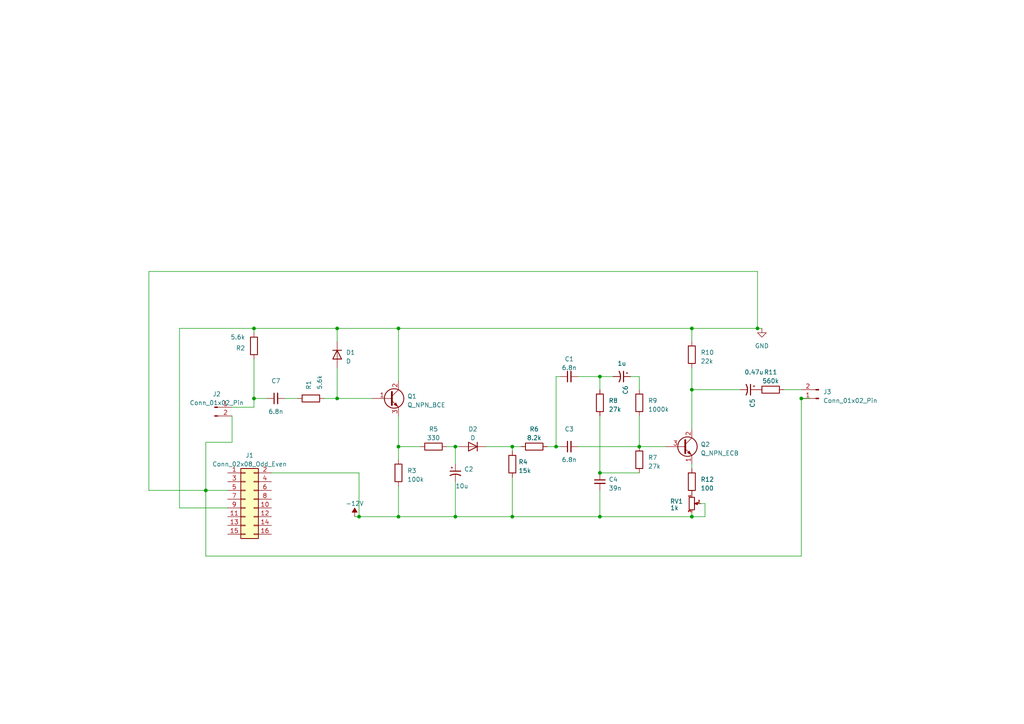
<source format=kicad_sch>
(kicad_sch (version 20230121) (generator eeschema)
  (paper "A4")
  (lib_symbols
    (symbol "Connector:Conn_01x02_Pin" (pin_names (offset 1.016) hide)
      (property "Reference" "J" (at 0 2.54 0))
      (property "Value" "Conn_01x02_Pin" (at 0 -5.08 0))
      (symbol "Conn_01x02_Pin_1_1"
        (polyline (pts (xy 1.27 -2.54) (xy 0.8636 -2.54)) (stroke (width 0.1524)))
        (polyline (pts (xy 1.27 0) (xy 0.8636 0)) (stroke (width 0.1524)))
        (rectangle (start 0.8636 -2.413) (end 0 -2.667) (stroke (width 0.1524)) (fill (type outline)))
        (rectangle (start 0.8636 0.127) (end 0 -0.127) (stroke (width 0.1524)) (fill (type outline)))
        (pin passive line (at 5.08 0 180) (length 3.81) (name "Pin_1") (number "1"))
        (pin passive line (at 5.08 -2.54 180) (length 3.81) (name "Pin_2") (number "2"))
      )
    )
    (symbol "Connector_Generic:Conn_02x08_Odd_Even" (pin_names (offset 1.016) hide)
      (property "Reference" "J" (at 1.27 10.16 0))
      (property "Value" "Conn_02x08_Odd_Even" (at 1.27 -12.7 0))
      (symbol "Conn_02x08_Odd_Even_1_1"
        (rectangle (start -1.27 -10.033) (end 0 -10.287) (stroke (width 0.1524)))
        (rectangle (start -1.27 -7.493) (end 0 -7.747) (stroke (width 0.1524)))
        (rectangle (start -1.27 -4.953) (end 0 -5.207) (stroke (width 0.1524)))
        (rectangle (start -1.27 -2.413) (end 0 -2.667) (stroke (width 0.1524)))
        (rectangle (start -1.27 0.127) (end 0 -0.127) (stroke (width 0.1524)))
        (rectangle (start -1.27 2.667) (end 0 2.413) (stroke (width 0.1524)))
        (rectangle (start -1.27 5.207) (end 0 4.953) (stroke (width 0.1524)))
        (rectangle (start -1.27 7.747) (end 0 7.493) (stroke (width 0.1524)))
        (rectangle (start -1.27 8.89) (end 3.81 -11.43) (stroke (width 0.254)) (fill (type background)))
        (rectangle (start 3.81 -10.033) (end 2.54 -10.287) (stroke (width 0.1524)))
        (rectangle (start 3.81 -7.493) (end 2.54 -7.747) (stroke (width 0.1524)))
        (rectangle (start 3.81 -4.953) (end 2.54 -5.207) (stroke (width 0.1524)))
        (rectangle (start 3.81 -2.413) (end 2.54 -2.667) (stroke (width 0.1524)))
        (rectangle (start 3.81 0.127) (end 2.54 -0.127) (stroke (width 0.1524)))
        (rectangle (start 3.81 2.667) (end 2.54 2.413) (stroke (width 0.1524)))
        (rectangle (start 3.81 5.207) (end 2.54 4.953) (stroke (width 0.1524)))
        (rectangle (start 3.81 7.747) (end 2.54 7.493) (stroke (width 0.1524)))
        (pin passive line (at -5.08 7.62 0) (length 3.81) (name "Pin_1") (number "1"))
        (pin passive line (at 7.62 -2.54 180) (length 3.81) (name "Pin_10") (number "10"))
        (pin passive line (at -5.08 -5.08 0) (length 3.81) (name "Pin_11") (number "11"))
        (pin passive line (at 7.62 -5.08 180) (length 3.81) (name "Pin_12") (number "12"))
        (pin passive line (at -5.08 -7.62 0) (length 3.81) (name "Pin_13") (number "13"))
        (pin passive line (at 7.62 -7.62 180) (length 3.81) (name "Pin_14") (number "14"))
        (pin passive line (at -5.08 -10.16 0) (length 3.81) (name "Pin_15") (number "15"))
        (pin passive line (at 7.62 -10.16 180) (length 3.81) (name "Pin_16") (number "16"))
        (pin passive line (at 7.62 7.62 180) (length 3.81) (name "Pin_2") (number "2"))
        (pin passive line (at -5.08 5.08 0) (length 3.81) (name "Pin_3") (number "3"))
        (pin passive line (at 7.62 5.08 180) (length 3.81) (name "Pin_4") (number "4"))
        (pin passive line (at -5.08 2.54 0) (length 3.81) (name "Pin_5") (number "5"))
        (pin passive line (at 7.62 2.54 180) (length 3.81) (name "Pin_6") (number "6"))
        (pin passive line (at -5.08 0 0) (length 3.81) (name "Pin_7") (number "7"))
        (pin passive line (at 7.62 0 180) (length 3.81) (name "Pin_8") (number "8"))
        (pin passive line (at -5.08 -2.54 0) (length 3.81) (name "Pin_9") (number "9"))
      )
    )
    (symbol "Device:C_Polarized_Small_US" (pin_numbers hide) (pin_names (offset 0.254) hide)
      (property "Reference" "C" (at 0.254 1.778 0))
      (property "Value" "C_Polarized_Small_US" (at 0.254 -2.032 0))
      (symbol "C_Polarized_Small_US_0_1"
        (polyline (pts (xy -1.524 0.508) (xy 1.524 0.508)) (stroke (width 0.3048)))
        (polyline (pts (xy -1.27 1.524) (xy -0.762 1.524)))
        (polyline (pts (xy -1.016 1.27) (xy -1.016 1.778)))
        (arc (start 1.524 -0.762) (mid 0 -0.3734) (end -1.524 -0.762) (stroke (width 0.3048)))
      )
      (symbol "C_Polarized_Small_US_1_1"
        (pin passive line (at 0 2.54 270) (length 2.032) (name "~") (number "1"))
        (pin passive line (at 0 -2.54 90) (length 2.032) (name "~") (number "2"))
      )
    )
    (symbol "Device:C_Small" (pin_numbers hide) (pin_names (offset 0.254) hide)
      (property "Reference" "C" (at 0.254 1.778 0))
      (property "Value" "C_Small" (at 0.254 -2.032 0))
      (symbol "C_Small_0_1"
        (polyline (pts (xy -1.524 -0.508) (xy 1.524 -0.508)) (stroke (width 0.3302)))
        (polyline (pts (xy -1.524 0.508) (xy 1.524 0.508)) (stroke (width 0.3048)))
      )
      (symbol "C_Small_1_1"
        (pin passive line (at 0 2.54 270) (length 2.032) (name "~") (number "1"))
        (pin passive line (at 0 -2.54 90) (length 2.032) (name "~") (number "2"))
      )
    )
    (symbol "Device:D" (pin_numbers hide) (pin_names (offset 1.016) hide)
      (property "Reference" "D" (at 0 2.54 0))
      (property "Value" "D" (at 0 -2.54 0))
      (symbol "D_0_1"
        (polyline (pts (xy -1.27 1.27) (xy -1.27 -1.27)) (stroke (width 0.254)))
        (polyline (pts (xy 1.27 0) (xy -1.27 0)))
        (polyline (pts (xy 1.27 1.27) (xy 1.27 -1.27) (xy -1.27 0) (xy 1.27 1.27)) (stroke (width 0.254)))
      )
      (symbol "D_1_1"
        (pin passive line (at -3.81 0 0) (length 2.54) (name "K") (number "1"))
        (pin passive line (at 3.81 0 180) (length 2.54) (name "A") (number "2"))
      )
    )
    (symbol "Device:Q_NPN_BCE" (pin_names (offset 0) hide)
      (property "Reference" "Q" (at 5.08 1.27 0))
      (property "Value" "Q_NPN_BCE" (at 5.08 -1.27 0))
      (symbol "Q_NPN_BCE_0_1"
        (polyline (pts (xy 0.635 0.635) (xy 2.54 2.54)))
        (polyline (pts (xy 0.635 -0.635) (xy 2.54 -2.54) (xy 2.54 -2.54)))
        (polyline (pts (xy 0.635 1.905) (xy 0.635 -1.905) (xy 0.635 -1.905)) (stroke (width 0.508)))
        (polyline (pts (xy 1.27 -1.778) (xy 1.778 -1.27) (xy 2.286 -2.286) (xy 1.27 -1.778) (xy 1.27 -1.778)) (fill (type outline)))
        (circle (center 1.27 0) (radius 2.8194) (stroke (width 0.254)))
      )
      (symbol "Q_NPN_BCE_1_1"
        (pin input line (at -5.08 0 0) (length 5.715) (name "B") (number "1"))
        (pin passive line (at 2.54 5.08 270) (length 2.54) (name "C") (number "2"))
        (pin passive line (at 2.54 -5.08 90) (length 2.54) (name "E") (number "3"))
      )
    )
    (symbol "Device:Q_NPN_ECB" (pin_names (offset 0) hide)
      (property "Reference" "Q" (at 5.08 1.27 0))
      (property "Value" "Q_NPN_ECB" (at 5.08 -1.27 0))
      (symbol "Q_NPN_ECB_0_1"
        (polyline (pts (xy 0.635 0.635) (xy 2.54 2.54)))
        (polyline (pts (xy 0.635 -0.635) (xy 2.54 -2.54) (xy 2.54 -2.54)))
        (polyline (pts (xy 0.635 1.905) (xy 0.635 -1.905) (xy 0.635 -1.905)) (stroke (width 0.508)))
        (polyline (pts (xy 1.27 -1.778) (xy 1.778 -1.27) (xy 2.286 -2.286) (xy 1.27 -1.778) (xy 1.27 -1.778)) (fill (type outline)))
        (circle (center 1.27 0) (radius 2.8194) (stroke (width 0.254)))
      )
      (symbol "Q_NPN_ECB_1_1"
        (pin passive line (at 2.54 -5.08 90) (length 2.54) (name "E") (number "1"))
        (pin passive line (at 2.54 5.08 270) (length 2.54) (name "C") (number "2"))
        (pin passive line (at -5.08 0 0) (length 5.715) (name "B") (number "3"))
      )
    )
    (symbol "Device:R" (pin_numbers hide) (pin_names (offset 0))
      (property "Reference" "R" (at 2.032 0 90))
      (property "Value" "R" (at 0 0 90))
      (symbol "R_0_1"
        (rectangle (start -1.016 -2.54) (end 1.016 2.54) (stroke (width 0.254)))
      )
      (symbol "R_1_1"
        (pin passive line (at 0 3.81 270) (length 1.27) (name "~") (number "1"))
        (pin passive line (at 0 -3.81 90) (length 1.27) (name "~") (number "2"))
      )
    )
    (symbol "Device:R_Potentiometer_Small" (pin_names (offset 1.016) hide)
      (property "Reference" "RV" (at -4.445 0 90))
      (property "Value" "R_Potentiometer_Small" (at -2.54 0 90))
      (symbol "R_Potentiometer_Small_0_1"
        (polyline (pts (xy 0.889 0) (xy 0.635 0) (xy 1.651 0.381) (xy 1.651 -0.381) (xy 0.635 0) (xy 0.889 0)) (fill (type outline)))
        (rectangle (start 0.762 1.8034) (end -0.762 -1.8034) (stroke (width 0.254)))
      )
      (symbol "R_Potentiometer_Small_1_1"
        (pin passive line (at 0 2.54 270) (length 0.635) (name "1") (number "1"))
        (pin passive line (at 2.54 0 180) (length 0.9906) (name "2") (number "2"))
        (pin passive line (at 0 -2.54 90) (length 0.635) (name "3") (number "3"))
      )
    )
    (symbol "power:-12V" (power) (pin_names (offset 0))
      (property "Value" "-12V" (at 0 3.81 0))
      (symbol "-12V_0_0"
        (pin power_in line (at 0 0 90) (length 0) hide (name "-12V") (number "1"))
      )
      (symbol "-12V_0_1"
        (polyline (pts (xy 0 0) (xy 0 1.27) (xy 0.762 1.27) (xy 0 2.54) (xy -0.762 1.27) (xy 0 1.27)) (fill (type outline)))
      )
    )
    (symbol "power:GND" (power) (pin_names (offset 0))
      (property "Value" "GND" (at 0 -3.81 0))
      (symbol "GND_0_1"
        (polyline (pts (xy 0 0) (xy 0 -1.27) (xy 1.27 -1.27) (xy 0 -2.54) (xy -1.27 -1.27) (xy 0 -1.27)))
      )
      (symbol "GND_1_1"
        (pin power_in line (at 0 0 270) (length 0) hide (name "GND") (number "1"))
      )
    )
  )
  (junction (at 148.59 129.54))
  (junction (at 219.71 95.25))
  (junction (at 148.59 149.86))
  (junction (at 115.57 129.54))
  (junction (at 104.14 149.86))
  (junction (at 97.79 95.25))
  (junction (at 173.99 109.22))
  (junction (at 200.66 149.86))
  (junction (at 73.66 115.57))
  (junction (at 173.99 137.16))
  (junction (at 200.66 95.25))
  (junction (at 73.66 95.25))
  (junction (at 115.57 149.86))
  (junction (at 132.08 129.54))
  (junction (at 97.79 115.57))
  (junction (at 200.66 113.03))
  (junction (at 115.57 95.25))
  (junction (at 232.41 115.57))
  (junction (at 173.99 149.86))
  (junction (at 185.42 129.54))
  (junction (at 161.29 129.54))
  (junction (at 132.08 149.86))
  (junction (at 59.69 142.24))
  (wire (pts (xy 234.95 115.57) (xy 232.41 115.57)))
  (wire (pts (xy 219.71 95.25) (xy 220.98 95.25)))
  (wire (pts (xy 102.87 149.86) (xy 104.14 149.86)))
  (wire (pts (xy 203.2 146.05) (xy 204.47 146.05)))
  (wire (pts (xy 132.08 139.7) (xy 132.08 149.86)))
  (wire (pts (xy 173.99 109.22) (xy 177.8 109.22)))
  (wire (pts (xy 140.97 129.54) (xy 148.59 129.54)))
  (wire (pts (xy 148.59 149.86) (xy 173.99 149.86)))
  (wire (pts (xy 82.55 115.57) (xy 86.36 115.57)))
  (wire (pts (xy 148.59 138.43) (xy 148.59 149.86)))
  (wire (pts (xy 73.66 118.11) (xy 73.66 115.57)))
  (wire (pts (xy 115.57 120.65) (xy 115.57 129.54)))
  (wire (pts (xy 173.99 113.03) (xy 173.99 109.22)))
  (wire (pts (xy 115.57 95.25) (xy 115.57 110.49)))
  (wire (pts (xy 173.99 120.65) (xy 173.99 137.16)))
  (wire (pts (xy 132.08 149.86) (xy 148.59 149.86)))
  (wire (pts (xy 132.08 129.54) (xy 133.35 129.54)))
  (wire (pts (xy 161.29 109.22) (xy 162.56 109.22)))
  (wire (pts (xy 59.69 142.24) (xy 59.69 161.29)))
  (wire (pts (xy 219.71 78.74) (xy 219.71 95.25)))
  (wire (pts (xy 158.75 129.54) (xy 161.29 129.54)))
  (wire (pts (xy 185.42 109.22) (xy 185.42 113.03)))
  (wire (pts (xy 66.04 142.24) (xy 59.69 142.24)))
  (wire (pts (xy 200.66 148.59) (xy 200.66 149.86)))
  (wire (pts (xy 73.66 95.25) (xy 73.66 96.52)))
  (wire (pts (xy 97.79 95.25) (xy 115.57 95.25)))
  (wire (pts (xy 161.29 129.54) (xy 162.56 129.54)))
  (wire (pts (xy 66.04 147.32) (xy 52.07 147.32)))
  (wire (pts (xy 200.66 113.03) (xy 214.63 113.03)))
  (wire (pts (xy 59.69 128.27) (xy 59.69 142.24)))
  (wire (pts (xy 115.57 95.25) (xy 200.66 95.25)))
  (wire (pts (xy 73.66 104.14) (xy 73.66 115.57)))
  (wire (pts (xy 173.99 137.16) (xy 185.42 137.16)))
  (wire (pts (xy 167.64 109.22) (xy 173.99 109.22)))
  (wire (pts (xy 148.59 129.54) (xy 151.13 129.54)))
  (wire (pts (xy 97.79 106.68) (xy 97.79 115.57)))
  (wire (pts (xy 200.66 95.25) (xy 219.71 95.25)))
  (wire (pts (xy 200.66 113.03) (xy 200.66 124.46)))
  (wire (pts (xy 104.14 149.86) (xy 115.57 149.86)))
  (wire (pts (xy 200.66 134.62) (xy 200.66 135.89)))
  (wire (pts (xy 104.14 137.16) (xy 104.14 149.86)))
  (wire (pts (xy 97.79 95.25) (xy 73.66 95.25)))
  (wire (pts (xy 232.41 115.57) (xy 232.41 161.29)))
  (wire (pts (xy 59.69 161.29) (xy 232.41 161.29)))
  (wire (pts (xy 52.07 95.25) (xy 73.66 95.25)))
  (wire (pts (xy 78.74 137.16) (xy 104.14 137.16)))
  (wire (pts (xy 115.57 133.35) (xy 115.57 129.54)))
  (wire (pts (xy 204.47 149.86) (xy 204.47 146.05)))
  (wire (pts (xy 132.08 129.54) (xy 132.08 134.62)))
  (wire (pts (xy 148.59 129.54) (xy 148.59 130.81)))
  (wire (pts (xy 52.07 147.32) (xy 52.07 95.25)))
  (wire (pts (xy 129.54 129.54) (xy 132.08 129.54)))
  (wire (pts (xy 200.66 106.68) (xy 200.66 113.03)))
  (wire (pts (xy 200.66 95.25) (xy 200.66 99.06)))
  (wire (pts (xy 227.33 113.03) (xy 232.41 113.03)))
  (wire (pts (xy 67.31 128.27) (xy 59.69 128.27)))
  (wire (pts (xy 43.18 142.24) (xy 43.18 78.74)))
  (wire (pts (xy 167.64 129.54) (xy 185.42 129.54)))
  (wire (pts (xy 67.31 118.11) (xy 73.66 118.11)))
  (wire (pts (xy 59.69 142.24) (xy 43.18 142.24)))
  (wire (pts (xy 185.42 120.65) (xy 185.42 129.54)))
  (wire (pts (xy 115.57 129.54) (xy 121.92 129.54)))
  (wire (pts (xy 115.57 140.97) (xy 115.57 149.86)))
  (wire (pts (xy 185.42 129.54) (xy 193.04 129.54)))
  (wire (pts (xy 97.79 99.06) (xy 97.79 95.25)))
  (wire (pts (xy 182.88 109.22) (xy 185.42 109.22)))
  (wire (pts (xy 161.29 129.54) (xy 161.29 109.22)))
  (wire (pts (xy 43.18 78.74) (xy 219.71 78.74)))
  (wire (pts (xy 200.66 149.86) (xy 204.47 149.86)))
  (wire (pts (xy 77.47 115.57) (xy 73.66 115.57)))
  (wire (pts (xy 173.99 149.86) (xy 200.66 149.86)))
  (wire (pts (xy 67.31 120.65) (xy 67.31 128.27)))
  (wire (pts (xy 173.99 142.24) (xy 173.99 149.86)))
  (wire (pts (xy 93.98 115.57) (xy 97.79 115.57)))
  (wire (pts (xy 115.57 149.86) (xy 132.08 149.86)))
  (wire (pts (xy 97.79 115.57) (xy 107.95 115.57)))
  (symbol (lib_id "Connector_Generic:Conn_02x08_Odd_Even") (at 71.12 144.78 0) (unit 1)
    (property "Reference" "J1" (at 72.39 132.08 0))
    (property "Value" "Conn_02x08_Odd_Even" (at 72.39 134.62 0))
    (property "Footprint" "Connector_IDC:IDC-Header_2x08_P2.54mm_Vertical_SMD" (effects hide))
  )
  (symbol (lib_id "Device:C_Small") (at 165.1 129.54 90) (unit 1)
    (property "Reference" "C3" (at 165.1063 124.46 90))
    (property "Value" "6.8n" (at 165.1 133.35 90))
    (property "Footprint" "Capacitor_SMD:C_1206_3216Metric_Pad1.33x1.80mm_HandSolder" (effects hide))
  )
  (symbol (lib_id "Device:D") (at 137.16 129.54 180) (unit 1)
    (property "Reference" "D2" (at 137.16 124.46 0))
    (property "Value" "D" (at 137.16 127 0))
    (property "Footprint" "Diode_SMD:D_1206_3216Metric_Pad1.42x1.75mm_HandSolder" (effects hide))
    (property "Sim.Device" "D" (effects hide))
    (property "Sim.Pins" "1=K 2=A" (effects hide))
  )
  (symbol (lib_id "Device:R") (at 185.42 116.84 0) (unit 1)
    (property "Reference" "R9" (at 187.96 116.205 0) (effects (justify left)))
    (property "Value" "1000k" (at 187.96 118.745 0) (effects (justify left)))
    (property "Footprint" "Resistor_SMD:R_1206_3216Metric_Pad1.30x1.75mm_HandSolder" (effects hide))
  )
  (symbol (lib_id "Device:C_Polarized_Small_US") (at 132.08 137.16 0) (unit 1)
    (property "Reference" "C2" (at 134.62 136.0932 0) (effects (justify left)))
    (property "Value" "10u" (at 132.08 140.97 0) (effects (justify left)))
    (property "Footprint" "Capacitor_SMD:C_1206_3216Metric_Pad1.33x1.80mm_HandSolder" (effects hide))
  )
  (symbol (lib_id "Device:R") (at 73.66 100.33 180) (unit 1)
    (property "Reference" "R2" (at 71.12 100.965 0) (effects (justify left)))
    (property "Value" "5.6k" (at 71.12 97.79 0) (effects (justify left)))
    (property "Footprint" "Resistor_SMD:R_1206_3216Metric_Pad1.30x1.75mm_HandSolder" (effects hide))
  )
  (symbol (lib_id "Device:C_Small") (at 165.1 109.22 90) (unit 1)
    (property "Reference" "C1" (at 165.1063 104.14 90))
    (property "Value" "6.8n" (at 165.1063 106.68 90))
    (property "Footprint" "Capacitor_SMD:C_1206_3216Metric_Pad1.33x1.80mm_HandSolder" (effects hide))
  )
  (symbol (lib_id "Device:Q_NPN_BCE") (at 113.03 115.57 0) (unit 1)
    (property "Reference" "Q1" (at 118.11 114.935 0) (effects (justify left)))
    (property "Value" "Q_NPN_BCE" (at 118.11 117.475 0) (effects (justify left)))
    (property "Footprint" "Package_TO_SOT_SMD:SOT-23-3" (effects hide))
  )
  (symbol (lib_id "Device:R_Potentiometer_Small") (at 200.66 146.05 0) (unit 1)
    (property "Reference" "RV1" (at 198.12 145.415 0) (effects (justify right)))
    (property "Value" "1k" (at 196.85 147.32 0) (effects (justify right)))
    (property "Footprint" "Connector_JST:JST_XH_B3B-XH-A_1x03_P2.50mm_Vertical" (effects hide))
  )
  (symbol (lib_id "Device:C_Polarized_Small_US") (at 180.34 109.22 270) (unit 1)
    (property "Reference" "C6" (at 181.4068 111.76 0) (effects (justify left)))
    (property "Value" "1u" (at 179.07 105.41 90) (effects (justify left)))
    (property "Footprint" "Capacitor_SMD:C_1206_3216Metric_Pad1.33x1.80mm_HandSolder" (effects hide))
  )
  (symbol (lib_id "power:-12V") (at 102.87 149.86 0) (unit 1)
    (property "Reference" "#PWR02" (effects hide))
    (property "Value" "-12V" (at 102.87 146.05 0))
  )
  (symbol (lib_id "Connector:Conn_01x02_Pin") (at 237.49 115.57 180) (unit 1)
    (property "Reference" "J3" (at 238.76 113.665 0) (effects (justify right)))
    (property "Value" "Conn_01x02_Pin" (at 238.76 116.205 0) (effects (justify right)))
    (property "Footprint" "Connector_JST:JST_EH_B2B-EH-A_1x02_P2.50mm_Vertical" (effects hide))
  )
  (symbol (lib_id "Device:R") (at 200.66 102.87 0) (unit 1)
    (property "Reference" "R10" (at 203.2 102.235 0) (effects (justify left)))
    (property "Value" "22k" (at 203.2 104.775 0) (effects (justify left)))
    (property "Footprint" "Resistor_SMD:R_1206_3216Metric_Pad1.30x1.75mm_HandSolder" (effects hide))
  )
  (symbol (lib_id "Device:C_Polarized_Small_US") (at 217.17 113.03 270) (unit 1)
    (property "Reference" "C5" (at 218.2368 115.57 0) (effects (justify left)))
    (property "Value" "0.47u" (at 215.9 107.95 90) (effects (justify left)))
    (property "Footprint" "Capacitor_SMD:C_1206_3216Metric_Pad1.33x1.80mm_HandSolder" (effects hide))
  )
  (symbol (lib_id "Device:R") (at 154.94 129.54 90) (unit 1)
    (property "Reference" "R6" (at 154.94 124.46 90))
    (property "Value" "8.2k" (at 154.94 127 90))
    (property "Footprint" "Resistor_SMD:R_1206_3216Metric_Pad1.30x1.75mm_HandSolder" (effects hide))
  )
  (symbol (lib_id "Device:R") (at 125.73 129.54 90) (unit 1)
    (property "Reference" "R5" (at 125.73 124.46 90))
    (property "Value" "330" (at 125.73 127 90))
    (property "Footprint" "Resistor_SMD:R_1206_3216Metric_Pad1.30x1.75mm_HandSolder" (effects hide))
  )
  (symbol (lib_id "Device:C_Small") (at 173.99 139.7 0) (unit 1)
    (property "Reference" "C4" (at 176.53 139.0713 0) (effects (justify left)))
    (property "Value" "39n" (at 176.53 141.6113 0) (effects (justify left)))
    (property "Footprint" "Capacitor_SMD:C_1206_3216Metric_Pad1.33x1.80mm_HandSolder" (effects hide))
  )
  (symbol (lib_id "Device:R") (at 223.52 113.03 90) (unit 1)
    (property "Reference" "R11" (at 223.52 107.95 90))
    (property "Value" "560k" (at 223.52 110.49 90))
    (property "Footprint" "Resistor_SMD:R_1206_3216Metric_Pad1.30x1.75mm_HandSolder" (effects hide))
  )
  (symbol (lib_id "power:GND") (at 220.98 95.25 0) (unit 1)
    (property "Reference" "#PWR01" (effects hide))
    (property "Value" "GND" (at 220.98 100.33 0))
  )
  (symbol (lib_id "Device:R") (at 200.66 139.7 0) (unit 1)
    (property "Reference" "R12" (at 203.2 139.065 0) (effects (justify left)))
    (property "Value" "100" (at 203.2 141.605 0) (effects (justify left)))
    (property "Footprint" "Resistor_SMD:R_1206_3216Metric_Pad1.30x1.75mm_HandSolder" (effects hide))
  )
  (symbol (lib_id "Device:R") (at 185.42 133.35 0) (unit 1)
    (property "Reference" "R7" (at 187.96 132.715 0) (effects (justify left)))
    (property "Value" "27k" (at 187.96 135.255 0) (effects (justify left)))
    (property "Footprint" "Resistor_SMD:R_1206_3216Metric_Pad1.30x1.75mm_HandSolder" (effects hide))
  )
  (symbol (lib_id "Device:R") (at 115.57 137.16 0) (unit 1)
    (property "Reference" "R3" (at 118.11 136.525 0) (effects (justify left)))
    (property "Value" "100k" (at 118.11 139.065 0) (effects (justify left)))
    (property "Footprint" "Resistor_SMD:R_1206_3216Metric_Pad1.30x1.75mm_HandSolder" (effects hide))
  )
  (symbol (lib_id "Connector:Conn_01x02_Pin") (at 62.23 118.11 0) (unit 1)
    (property "Reference" "J2" (at 62.865 114.3 0))
    (property "Value" "Conn_01x02_Pin" (at 62.865 116.84 0))
    (property "Footprint" "Connector_JST:JST_EH_B2B-EH-A_1x02_P2.50mm_Vertical" (effects hide))
  )
  (symbol (lib_id "Device:C_Small") (at 80.01 115.57 90) (unit 1)
    (property "Reference" "C7" (at 80.0163 110.49 90))
    (property "Value" "6.8n" (at 80.01 119.38 90))
    (property "Footprint" "Capacitor_SMD:C_1206_3216Metric_Pad1.33x1.80mm_HandSolder" (effects hide))
  )
  (symbol (lib_id "Device:Q_NPN_ECB") (at 198.12 129.54 0) (unit 1)
    (property "Reference" "Q2" (at 203.2 128.905 0) (effects (justify left)))
    (property "Value" "Q_NPN_ECB" (at 203.2 131.445 0) (effects (justify left)))
    (property "Footprint" "Package_TO_SOT_SMD:SOT-23-3" (effects hide))
  )
  (symbol (lib_id "Device:R") (at 173.99 116.84 0) (unit 1)
    (property "Reference" "R8" (at 176.53 116.205 0) (effects (justify left)))
    (property "Value" "27k" (at 176.53 118.745 0) (effects (justify left)))
    (property "Footprint" "Resistor_SMD:R_1206_3216Metric_Pad1.30x1.75mm_HandSolder" (effects hide))
  )
  (symbol (lib_id "Device:R") (at 148.59 134.62 0) (unit 1)
    (property "Reference" "R4" (at 150.378 133.985 0) (effects (justify left)))
    (property "Value" "15k" (at 150.378 136.525 0) (effects (justify left)))
    (property "Footprint" "Resistor_SMD:R_1206_3216Metric_Pad1.30x1.75mm_HandSolder" (effects hide))
  )
  (symbol (lib_id "Device:R") (at 90.17 115.57 90) (unit 1)
    (property "Reference" "R1" (at 89.535 113.03 0) (effects (justify left)))
    (property "Value" "5.6k" (at 92.71 113.03 0) (effects (justify left)))
    (property "Footprint" "Resistor_SMD:R_1206_3216Metric_Pad1.30x1.75mm_HandSolder" (effects hide))
  )
  (symbol (lib_id "Device:D") (at 97.79 102.87 270) (unit 1)
    (property "Reference" "D1" (at 100.33 102.235 90) (effects (justify left)))
    (property "Value" "D" (at 100.33 104.775 90) (effects (justify left)))
    (property "Footprint" "Diode_SMD:D_1206_3216Metric_Pad1.42x1.75mm_HandSolder" (effects hide))
    (property "Sim.Device" "D" (effects hide))
    (property "Sim.Pins" "1=K 2=A" (effects hide))
  )
)
</source>
